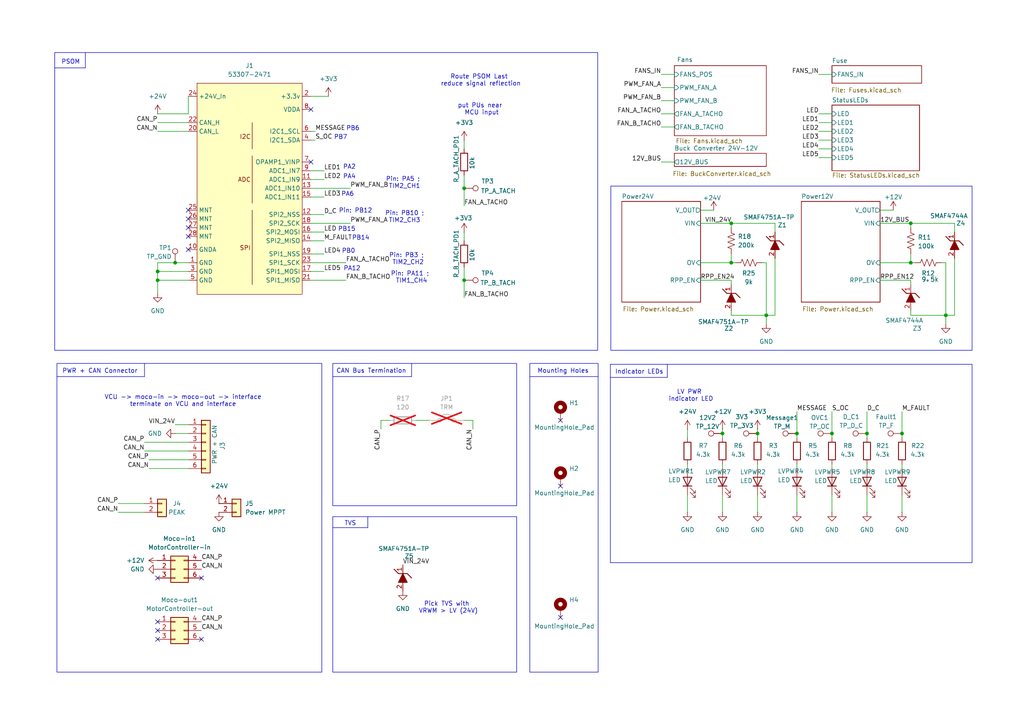
<source format=kicad_sch>
(kicad_sch (version 20250114) (generator "eeschema") (generator_version "9.0")
  (paper "A4")
  (lib_symbols
    (symbol "Connector:TestPoint" (pin_numbers (hide yes)) (pin_names (offset 0.762) (hide yes))
      (property "Reference" "TP" (at 0 6.858 0))
      (property "Value" "TestPoint" (at 0 5.08 0))
      (symbol "TestPoint_0_1"
        (circle (center 0 3.302) (radius 0.762))
      )
      (symbol "TestPoint_1_1"
        (pin passive line (at 0 0 90) (length 2.54) (name "1") (number "1"))
      )
    )
    (symbol "Connector_Generic:Conn_01x02" (pin_names (offset 1.016) (hide yes))
      (property "Reference" "J" (at 0 2.54 0))
      (property "Value" "Conn_01x02" (at 0 -5.08 0))
      (symbol "Conn_01x02_1_1"
        (rectangle (start -1.27 1.27) (end 1.27 -3.81) (stroke (width 0.254)) (fill (type background)))
        (rectangle (start -1.27 0.127) (end 0 -0.127) (stroke (width 0.1524)))
        (rectangle (start -1.27 -2.413) (end 0 -2.667) (stroke (width 0.1524)))
        (pin passive line (at -5.08 0 0) (length 3.81) (name "Pin_1") (number "1"))
        (pin passive line (at -5.08 -2.54 0) (length 3.81) (name "Pin_2") (number "2"))
      )
    )
    (symbol "Connector_Generic:Conn_01x06" (pin_names (offset 1.016) (hide yes))
      (property "Reference" "J" (at 0 7.62 0))
      (property "Value" "Conn_01x06" (at 0 -10.16 0))
      (symbol "Conn_01x06_1_1"
        (rectangle (start -1.27 6.35) (end 1.27 -8.89) (stroke (width 0.254)) (fill (type background)))
        (rectangle (start -1.27 5.207) (end 0 4.953) (stroke (width 0.1524)))
        (rectangle (start -1.27 2.667) (end 0 2.413) (stroke (width 0.1524)))
        (rectangle (start -1.27 0.127) (end 0 -0.127) (stroke (width 0.1524)))
        (rectangle (start -1.27 -2.413) (end 0 -2.667) (stroke (width 0.1524)))
        (rectangle (start -1.27 -4.953) (end 0 -5.207) (stroke (width 0.1524)))
        (rectangle (start -1.27 -7.493) (end 0 -7.747) (stroke (width 0.1524)))
        (pin passive line (at -5.08 5.08 0) (length 3.81) (name "Pin_1") (number "1"))
        (pin passive line (at -5.08 2.54 0) (length 3.81) (name "Pin_2") (number "2"))
        (pin passive line (at -5.08 0 0) (length 3.81) (name "Pin_3") (number "3"))
        (pin passive line (at -5.08 -2.54 0) (length 3.81) (name "Pin_4") (number "4"))
        (pin passive line (at -5.08 -5.08 0) (length 3.81) (name "Pin_5") (number "5"))
        (pin passive line (at -5.08 -7.62 0) (length 3.81) (name "Pin_6") (number "6"))
      )
    )
    (symbol "Connector_Generic:Conn_02x03_Top_Bottom" (pin_names (offset 1.016) (hide yes))
      (property "Reference" "J" (at 1.27 5.08 0))
      (property "Value" "Conn_02x03_Top_Bottom" (at 1.27 -5.08 0))
      (symbol "Conn_02x03_Top_Bottom_1_1"
        (rectangle (start -1.27 3.81) (end 3.81 -3.81) (stroke (width 0.254)) (fill (type background)))
        (rectangle (start -1.27 2.667) (end 0 2.413) (stroke (width 0.1524)))
        (rectangle (start -1.27 0.127) (end 0 -0.127) (stroke (width 0.1524)))
        (rectangle (start -1.27 -2.413) (end 0 -2.667) (stroke (width 0.1524)))
        (rectangle (start 3.81 2.667) (end 2.54 2.413) (stroke (width 0.1524)))
        (rectangle (start 3.81 0.127) (end 2.54 -0.127) (stroke (width 0.1524)))
        (rectangle (start 3.81 -2.413) (end 2.54 -2.667) (stroke (width 0.1524)))
        (pin passive line (at -5.08 2.54 0) (length 3.81) (name "Pin_1") (number "1"))
        (pin passive line (at -5.08 0 0) (length 3.81) (name "Pin_2") (number "2"))
        (pin passive line (at -5.08 -2.54 0) (length 3.81) (name "Pin_3") (number "3"))
        (pin passive line (at 7.62 2.54 180) (length 3.81) (name "Pin_4") (number "4"))
        (pin passive line (at 7.62 0 180) (length 3.81) (name "Pin_5") (number "5"))
        (pin passive line (at 7.62 -2.54 180) (length 3.81) (name "Pin_6") (number "6"))
      )
    )
    (symbol "Device:LED" (pin_numbers (hide yes)) (pin_names (offset 1.016) (hide yes))
      (property "Reference" "D" (at 0 2.54 0))
      (property "Value" "LED" (at 0 -2.54 0))
      (symbol "LED_0_1"
        (polyline (pts (xy -3.048 -0.762) (xy -4.572 -2.286) (xy -3.81 -2.286) (xy -4.572 -2.286) (xy -4.572 -1.524)))
        (polyline (pts (xy -1.778 -0.762) (xy -3.302 -2.286) (xy -2.54 -2.286) (xy -3.302 -2.286) (xy -3.302 -1.524)))
        (polyline (pts (xy -1.27 0) (xy 1.27 0)))
        (polyline (pts (xy -1.27 -1.27) (xy -1.27 1.27)) (stroke (width 0.254)))
        (polyline (pts (xy 1.27 -1.27) (xy 1.27 1.27) (xy -1.27 0) (xy 1.27 -1.27)) (stroke (width 0.254)))
      )
      (symbol "LED_1_1"
        (pin passive line (at -3.81 0 0) (length 2.54) (name "K") (number "1"))
        (pin passive line (at 3.81 0 180) (length 2.54) (name "A") (number "2"))
      )
    )
    (symbol "Device:R" (pin_numbers (hide yes)) (pin_names (offset 0))
      (property "Reference" "R" (at 2.032 0 90))
      (property "Value" "R" (at 0 0 90))
      (symbol "R_0_1"
        (rectangle (start -1.016 -2.54) (end 1.016 2.54) (stroke (width 0.254)))
      )
      (symbol "R_1_1"
        (pin passive line (at 0 3.81 270) (length 1.27) (name "~") (number "1"))
        (pin passive line (at 0 -3.81 90) (length 1.27) (name "~") (number "2"))
      )
    )
    (symbol "Device:R_US" (pin_numbers (hide yes)) (pin_names (offset 0))
      (property "Reference" "R" (at 2.54 0 90))
      (property "Value" "R_US" (at -2.54 0 90))
      (symbol "R_US_0_1"
        (polyline (pts (xy 0 2.286) (xy 0 2.54)))
        (polyline (pts (xy 0 2.286) (xy 1.016 1.905) (xy 0 1.524) (xy -1.016 1.143) (xy 0 0.762)))
        (polyline (pts (xy 0 0.762) (xy 1.016 0.381) (xy 0 0) (xy -1.016 -0.381) (xy 0 -0.762)))
        (polyline (pts (xy 0 -0.762) (xy 1.016 -1.143) (xy 0 -1.524) (xy -1.016 -1.905) (xy 0 -2.286)))
        (polyline (pts (xy 0 -2.286) (xy 0 -2.54)))
      )
      (symbol "R_US_1_1"
        (pin passive line (at 0 3.81 270) (length 1.27) (name "~") (number "1"))
        (pin passive line (at 0 -3.81 90) (length 1.27) (name "~") (number "2"))
      )
    )
    (symbol "Jumper:Jumper_2_Open" (pin_numbers (hide yes)) (pin_names (offset 0) (hide yes))
      (property "Reference" "JP" (at 0 2.794 0))
      (property "Value" "Jumper_2_Open" (at 0 -2.286 0))
      (symbol "Jumper_2_Open_0_0"
        (circle (center -2.032 0) (radius 0.508))
        (circle (center 2.032 0) (radius 0.508))
      )
      (symbol "Jumper_2_Open_0_1"
        (arc (start -1.524 1.27) (mid 0 1.778) (end 1.524 1.27))
      )
      (symbol "Jumper_2_Open_1_1"
        (pin passive line (at -5.08 0 0) (length 2.54) (name "A") (number "1"))
        (pin passive line (at 5.08 0 180) (length 2.54) (name "B") (number "2"))
      )
    )
    (symbol "Mechanical:MountingHole_Pad" (pin_numbers (hide yes)) (pin_names (offset 1.016) (hide yes)) (in_bom no)
      (property "Reference" "H" (at 0 6.35 0))
      (property "Value" "MountingHole_Pad" (at 0 4.445 0))
      (symbol "MountingHole_Pad_0_1"
        (circle (center 0 1.27) (radius 1.27) (stroke (width 1.27)))
      )
      (symbol "MountingHole_Pad_1_1"
        (pin input line (at 0 -2.54 90) (length 2.54) (name "1") (number "1"))
      )
    )
    (symbol "UTSVT_Power:SMAF4749A-TP" (pin_names (hide yes))
      (property "Reference" "Z" (at 10.16 8.89 0))
      (property "Value" "SMAF4749A-TP" (at 10.16 6.35 0))
      (symbol "SMAF4749A-TP_1_1"
        (polyline (pts (xy 3.81 -2.54) (xy 5.08 -1.27)) (stroke (width 0.254)))
        (polyline (pts (xy 5.08 1.27) (xy 5.08 -1.27)) (stroke (width 0.254)))
        (polyline (pts (xy 5.08 1.27) (xy 6.35 2.54)) (stroke (width 0.254)))
        (polyline (pts (xy 5.08 0) (xy 7.62 1.27) (xy 7.62 -1.27) (xy 5.08 0)) (stroke (width 0.254)) (fill (type outline)))
        (pin passive line (at 2.54 0 0) (length 2.54) (name "K") (number "1"))
        (pin passive line (at 10.16 0 180) (length 2.54) (name "A") (number "2"))
      )
    )
    (symbol "power:+12V" (power) (pin_numbers (hide yes)) (pin_names (offset 0) (hide yes))
      (property "Value" "+12V" (at 0 3.556 0))
      (symbol "+12V_0_1"
        (polyline (pts (xy -0.762 1.27) (xy 0 2.54)))
        (polyline (pts (xy 0 2.54) (xy 0.762 1.27)))
        (polyline (pts (xy 0 0) (xy 0 2.54)))
      )
      (symbol "+12V_1_1"
        (pin power_in line (at 0 0 90) (length 0) (name "~") (number "1"))
      )
    )
    (symbol "power:+24V" (power) (pin_numbers (hide yes)) (pin_names (offset 0) (hide yes))
      (property "Value" "+24V" (at 0 3.556 0))
      (symbol "+24V_0_1"
        (polyline (pts (xy -0.762 1.27) (xy 0 2.54)))
        (polyline (pts (xy 0 2.54) (xy 0.762 1.27)))
        (polyline (pts (xy 0 0) (xy 0 2.54)))
      )
      (symbol "+24V_1_1"
        (pin power_in line (at 0 0 90) (length 0) (name "~") (number "1"))
      )
    )
    (symbol "power:+3V3" (power) (pin_numbers (hide yes)) (pin_names (offset 0) (hide yes))
      (property "Value" "+3V3" (at 0 3.556 0))
      (symbol "+3V3_0_1"
        (polyline (pts (xy -0.762 1.27) (xy 0 2.54)))
        (polyline (pts (xy 0 2.54) (xy 0.762 1.27)))
        (polyline (pts (xy 0 0) (xy 0 2.54)))
      )
      (symbol "+3V3_1_1"
        (pin power_in line (at 0 0 90) (length 0) (name "~") (number "1"))
      )
    )
    (symbol "power:GND" (power) (pin_numbers (hide yes)) (pin_names (offset 0) (hide yes))
      (property "Value" "GND" (at 0 -3.81 0))
      (symbol "GND_0_1"
        (polyline (pts (xy 0 0) (xy 0 -1.27) (xy 1.27 -1.27) (xy 0 -2.54) (xy -1.27 -1.27) (xy 0 -1.27)))
      )
      (symbol "GND_1_1"
        (pin power_in line (at 0 0 270) (length 0) (name "~") (number "1"))
      )
    )
    (symbol "utsvt_connectors:PeripheralSOMConnector"
      (property "Reference" "J" (at -14.732 -2.794 0))
      (property "Value" "53307-2471" (at 8.89 -2.794 0))
      (symbol "PeripheralSOMConnector_0_1"
        (polyline (pts (xy 0.762 -22.86) (xy 0.762 -15.24)))
        (polyline (pts (xy 0.762 -24.892) (xy 0.762 -38.608)))
        (polyline (pts (xy 0.762 -40.64) (xy 0.762 -62.23)))
      )
      (symbol "PeripheralSOMConnector_1_1"
        (rectangle (start -15.24 -3.81) (end 15.24 -65.024) (fill (type background)))
        (text "ADC" (at -1.524 -31.75 0) (effects (font (size 1.27 1.27))))
        (text "I2C" (at -1.27 -19.304 0) (effects (font (size 1.27 1.27))))
        (text "SPI" (at -1.27 -51.562 0) (effects (font (size 1.27 1.27))))
        (pin power_in line (at -17.78 -7.62 0) (length 2.54) (name "+24V_In") (number "24"))
        (pin bidirectional line (at -17.78 -15.24 0) (length 2.54) (name "CAN_H") (number "22"))
        (pin bidirectional line (at -17.78 -17.78 0) (length 2.54) (name "CAN_L") (number "20"))
        (pin power_in line (at -17.78 -40.64 0) (length 2.54) (name "MNT") (number "25"))
        (pin power_in line (at -17.78 -43.18 0) (length 2.54) (name "MNT") (number "26"))
        (pin power_in line (at -17.78 -45.72 0) (length 2.54) (name "MNT") (number "27"))
        (pin power_in line (at -17.78 -48.26 0) (length 2.54) (name "MNT") (number "28"))
        (pin power_out line (at -17.78 -52.07 0) (length 2.54) (name "GNDA") (number "10"))
        (pin power_in line (at -17.78 -55.88 0) (length 2.54) (name "GND") (number "1"))
        (pin power_in line (at -17.78 -58.42 0) (length 2.54) (name "GND") (number "3"))
        (pin power_in line (at -17.78 -60.96 0) (length 2.54) (name "GND") (number "5"))
        (pin power_out line (at 17.78 -7.62 180) (length 2.54) (name "+3.3v") (number "2"))
        (pin power_out line (at 17.78 -11.43 180) (length 2.54) (name "VDDA") (number "8"))
        (pin output line (at 17.78 -17.78 180) (length 2.54) (name "I2C1_SCL") (number "6"))
        (pin bidirectional line (at 17.78 -20.32 180) (length 2.54) (name "I2C1_SDA") (number "4"))
        (pin input line (at 17.78 -26.67 180) (length 2.54) (name "OPAMP1_VINP") (number "7"))
        (pin input line (at 17.78 -29.21 180) (length 2.54) (name "ADC1_IN7") (number "9"))
        (pin input line (at 17.78 -31.75 180) (length 2.54) (name "ADC1_IN9") (number "11"))
        (pin input line (at 17.78 -34.29 180) (length 2.54) (name "ADC1_IN10") (number "13"))
        (pin input line (at 17.78 -36.83 180) (length 2.54) (name "ADC1_IN11") (number "15"))
        (pin output line (at 17.78 -41.91 180) (length 2.54) (name "SPI2_NSS") (number "12"))
        (pin output line (at 17.78 -44.45 180) (length 2.54) (name "SPI2_SCK") (number "18"))
        (pin output line (at 17.78 -46.99 180) (length 2.54) (name "SPI2_MOSI") (number "16"))
        (pin input line (at 17.78 -49.53 180) (length 2.54) (name "SPI2_MISO") (number "14"))
        (pin output line (at 17.78 -53.34 180) (length 2.54) (name "SPI1_NSS") (number "19"))
        (pin output line (at 17.78 -55.88 180) (length 2.54) (name "SPI1_SCK") (number "23"))
        (pin output line (at 17.78 -58.42 180) (length 2.54) (name "SPI1_MOSI") (number "17"))
        (pin input line (at 17.78 -60.96 180) (length 2.54) (name "SPI1_MISO") (number "21"))
      )
    )
  )
  (rectangle (start 96.52 149.86) (end 149.86 194.945))
  (rectangle (start 16.51 105.41) (end 93.345 194.945))
  (rectangle (start 153.67 105.41) (end 173.482 194.945))
  (rectangle (start 96.52 105.41) (end 149.86 146.685))
  (rectangle (start 15.875 15.24) (end 173.355 101.6))
  (rectangle (start 177.038 105.664) (end 281.94 163.195))
  (rectangle (start 177.165 53.975) (end 281.94 101.6))
  (text "put PUs near \nMCU input" (at 139.7 31.75 0) (effects (font (size 1.27 1.27))))
  (text "Pick TVS with \nVRWM > LV (24V)" (at 130.048 176.276 0) (effects (font (size 1.27 1.27))))
  (text "CAN Bus Termination" (at 107.696 107.696 0) (effects (font (size 1.27 1.27))))
  (text "PA4" (at 101.346 51.308 0) (effects (font (size 1.27 1.27))))
  (text "PB15" (at 100.584 66.548 0) (effects (font (size 1.27 1.27))))
  (text "Pin: PB10 ;\nTIM2_CH3" (at 117.348 62.992 0) (effects (font (size 1.27 1.27))))
  (text "PB6" (at 102.362 37.338 0) (effects (font (size 1.27 1.27))))
  (text "TVS" (at 101.6 151.892 0) (effects (font (size 1.27 1.27))))
  (text "Pin: PA11 ; \nTIM1_CH4\n" (at 119.38 80.518 0) (effects (font (size 1.27 1.27))))
  (text "PB7" (at 98.806 39.878 0) (effects (font (size 1.27 1.27))))
  (text "PWR + CAN Connector" (at 18.034 108.458 0) (effects (font (size 1.27 1.27)) (justify left bottom)))
  (text "Mounting Holes" (at 163.322 107.696 0) (effects (font (size 1.27 1.27))))
  (text "LV PWR \nindicator LED" (at 200.406 114.808 0) (effects (font (size 1.27 1.27))))
  (text "Pin: PB12" (at 103.124 61.214 0) (effects (font (size 1.27 1.27))))
  (text "Route PSOM Last \nreduce signal reflection" (at 139.446 23.368 0) (effects (font (size 1.27 1.27))))
  (text "Pin: PA5 ; \nTIM2_CH1" (at 117.348 53.086 0) (effects (font (size 1.27 1.27))))
  (text "Pin: PB3 ; \nTIM2_CH2" (at 118.364 75.184 0) (effects (font (size 1.27 1.27))))
  (text "PA2" (at 101.346 48.514 0) (effects (font (size 1.27 1.27))))
  (text "PSOM" (at 17.78 18.796 0) (effects (font (size 1.27 1.27)) (justify left bottom)))
  (text "PA12" (at 102.108 77.978 0) (effects (font (size 1.27 1.27))))
  (text "PB14" (at 104.648 69.088 0) (effects (font (size 1.27 1.27))))
  (text "VCU -> moco-in -> moco-out -> interface\nterminate on VCU and interface" (at 53.086 116.332 0) (effects (font (size 1.27 1.27))))
  (text "Indicator LEDs" (at 185.42 107.95 0) (effects (font (size 1.27 1.27))))
  (text "PA6" (at 100.838 56.388 0) (effects (font (size 1.27 1.27))))
  (text "PB0" (at 101.092 72.898 0) (effects (font (size 1.27 1.27))))
  (junction (at 134.62 81.28))
  (junction (at 231.14 125.73))
  (junction (at 251.46 125.73))
  (junction (at 222.25 91.44))
  (junction (at 241.3 125.73))
  (junction (at 264.16 64.77))
  (junction (at 50.8 76.2))
  (junction (at 212.09 64.77))
  (junction (at 212.09 76.2))
  (junction (at 219.71 125.73))
  (junction (at 134.62 54.61))
  (junction (at 209.55 125.73))
  (junction (at 264.16 76.2))
  (junction (at 261.62 125.73))
  (junction (at 45.72 78.74))
  (junction (at 274.32 91.44))
  (junction (at 45.72 81.28))
  (no_connect (at 58.42 167.64))
  (no_connect (at 45.72 182.88))
  (no_connect (at 54.61 66.04))
  (no_connect (at 90.17 46.99))
  (no_connect (at 54.61 63.5))
  (no_connect (at 162.56 121.92))
  (no_connect (at 54.61 72.39))
  (no_connect (at 162.56 140.97))
  (no_connect (at 162.56 179.07))
  (no_connect (at 45.72 167.64))
  (no_connect (at 45.72 185.42))
  (no_connect (at 54.61 60.96))
  (no_connect (at 90.17 31.75))
  (no_connect (at 58.42 185.42))
  (no_connect (at 54.61 68.58))
  (no_connect (at 45.72 180.34))
  (wire (pts (xy 241.3 119.38) (xy 241.3 125.73)))
  (wire (pts (xy 212.09 91.44) (xy 212.09 90.17)))
  (wire (pts (xy 264.16 91.44) (xy 264.16 90.17)))
  (wire (pts (xy 45.72 81.28) (xy 54.61 81.28)))
  (wire (pts (xy 34.29 148.59) (xy 41.91 148.59)))
  (wire (pts (xy 212.09 81.28) (xy 212.09 82.55)))
  (wire (pts (xy 237.49 40.64) (xy 241.3 40.64)))
  (polyline (pts (xy 153.67 109.22) (xy 173.482 109.22)))
  (wire (pts (xy 251.46 119.38) (xy 251.46 125.73)))
  (wire (pts (xy 45.72 38.1) (xy 54.61 38.1)))
  (wire (pts (xy 276.86 64.77) (xy 276.86 67.31)))
  (wire (pts (xy 134.62 121.92) (xy 137.16 121.92)))
  (polyline (pts (xy 16.51 109.22) (xy 41.91 109.22)))
  (wire (pts (xy 276.86 91.44) (xy 274.32 91.44)))
  (wire (pts (xy 113.03 121.92) (xy 110.49 121.92)))
  (wire (pts (xy 54.61 128.27) (xy 41.91 128.27)))
  (wire (pts (xy 237.49 35.56) (xy 241.3 35.56)))
  (wire (pts (xy 90.17 76.2) (xy 100.33 76.2)))
  (wire (pts (xy 43.18 133.35) (xy 54.61 133.35)))
  (wire (pts (xy 231.14 119.38) (xy 231.14 125.73)))
  (wire (pts (xy 255.27 60.96) (xy 259.08 60.96)))
  (wire (pts (xy 134.62 54.61) (xy 134.62 59.69)))
  (polyline (pts (xy 15.875 19.685) (xy 24.765 19.685)))
  (wire (pts (xy 251.46 134.62) (xy 251.46 135.89)))
  (wire (pts (xy 209.55 124.46) (xy 209.55 125.73)))
  (wire (pts (xy 134.62 67.31) (xy 134.62 69.85)))
  (wire (pts (xy 209.55 125.73) (xy 209.55 127)))
  (wire (pts (xy 199.39 124.46) (xy 199.39 127)))
  (wire (pts (xy 203.2 81.28) (xy 212.09 81.28)))
  (wire (pts (xy 137.16 121.92) (xy 137.16 124.46)))
  (wire (pts (xy 261.62 143.51) (xy 261.62 148.59)))
  (wire (pts (xy 241.3 125.73) (xy 241.3 127)))
  (wire (pts (xy 45.72 78.74) (xy 45.72 81.28)))
  (wire (pts (xy 251.46 143.51) (xy 251.46 148.59)))
  (wire (pts (xy 237.49 38.1) (xy 241.3 38.1)))
  (wire (pts (xy 264.16 64.77) (xy 276.86 64.77)))
  (wire (pts (xy 203.2 64.77) (xy 212.09 64.77)))
  (wire (pts (xy 224.79 64.77) (xy 224.79 67.31)))
  (wire (pts (xy 219.71 143.51) (xy 219.71 148.59)))
  (wire (pts (xy 120.65 121.92) (xy 124.46 121.92)))
  (wire (pts (xy 264.16 66.04) (xy 264.16 64.77)))
  (wire (pts (xy 264.16 81.28) (xy 264.16 82.55)))
  (wire (pts (xy 264.16 73.66) (xy 264.16 76.2)))
  (wire (pts (xy 191.77 33.02) (xy 195.58 33.02)))
  (wire (pts (xy 274.32 93.98) (xy 274.32 91.44)))
  (wire (pts (xy 224.79 91.44) (xy 222.25 91.44)))
  (wire (pts (xy 261.62 134.62) (xy 261.62 135.89)))
  (wire (pts (xy 54.61 130.81) (xy 41.91 130.81)))
  (wire (pts (xy 90.17 81.28) (xy 100.33 81.28)))
  (wire (pts (xy 209.55 143.51) (xy 209.55 148.59)))
  (wire (pts (xy 90.17 57.15) (xy 93.98 57.15)))
  (wire (pts (xy 54.61 123.19) (xy 50.8 123.19)))
  (wire (pts (xy 255.27 81.28) (xy 264.16 81.28)))
  (wire (pts (xy 255.27 76.2) (xy 264.16 76.2)))
  (wire (pts (xy 241.3 143.51) (xy 241.3 148.59)))
  (wire (pts (xy 220.98 76.2) (xy 222.25 76.2)))
  (wire (pts (xy 34.29 146.05) (xy 41.91 146.05)))
  (wire (pts (xy 45.72 76.2) (xy 45.72 78.74)))
  (wire (pts (xy 224.79 74.93) (xy 224.79 91.44)))
  (wire (pts (xy 54.61 27.94) (xy 54.61 33.02)))
  (wire (pts (xy 199.39 143.51) (xy 199.39 148.59)))
  (wire (pts (xy 237.49 45.72) (xy 241.3 45.72)))
  (wire (pts (xy 191.77 25.4) (xy 195.58 25.4)))
  (wire (pts (xy 45.72 76.2) (xy 50.8 76.2)))
  (polyline (pts (xy 24.765 15.24) (xy 24.765 19.685)))
  (wire (pts (xy 134.62 43.18) (xy 134.62 40.64)))
  (wire (pts (xy 45.72 35.56) (xy 54.61 35.56)))
  (wire (pts (xy 264.16 91.44) (xy 274.32 91.44)))
  (wire (pts (xy 90.17 54.61) (xy 101.6 54.61)))
  (wire (pts (xy 265.43 76.2) (xy 264.16 76.2)))
  (wire (pts (xy 90.17 64.77) (xy 101.6 64.77)))
  (polyline (pts (xy 96.52 109.22) (xy 119.38 109.22)))
  (wire (pts (xy 212.09 91.44) (xy 222.25 91.44)))
  (wire (pts (xy 90.17 40.64) (xy 91.44 40.64)))
  (wire (pts (xy 231.14 134.62) (xy 231.14 135.89)))
  (wire (pts (xy 50.8 76.2) (xy 54.61 76.2)))
  (wire (pts (xy 251.46 125.73) (xy 251.46 127)))
  (polyline (pts (xy 41.91 105.41) (xy 41.91 109.22)))
  (polyline (pts (xy 96.52 153.035) (xy 106.68 153.035)))
  (wire (pts (xy 203.2 76.2) (xy 212.09 76.2)))
  (wire (pts (xy 212.09 73.66) (xy 212.09 76.2)))
  (wire (pts (xy 219.71 125.73) (xy 219.71 127)))
  (wire (pts (xy 134.62 50.8) (xy 134.62 54.61)))
  (wire (pts (xy 54.61 125.73) (xy 50.8 125.73)))
  (wire (pts (xy 212.09 64.77) (xy 212.09 66.04)))
  (wire (pts (xy 209.55 134.62) (xy 209.55 135.89)))
  (wire (pts (xy 191.77 21.59) (xy 195.58 21.59)))
  (wire (pts (xy 90.17 52.07) (xy 93.98 52.07)))
  (wire (pts (xy 207.01 60.96) (xy 203.2 60.96)))
  (wire (pts (xy 261.62 125.73) (xy 261.62 127)))
  (wire (pts (xy 219.71 124.46) (xy 219.71 125.73)))
  (wire (pts (xy 134.62 81.28) (xy 134.62 86.36)))
  (wire (pts (xy 90.17 69.85) (xy 93.98 69.85)))
  (wire (pts (xy 90.17 49.53) (xy 93.98 49.53)))
  (wire (pts (xy 241.3 134.62) (xy 241.3 135.89)))
  (wire (pts (xy 274.32 91.44) (xy 274.32 76.2)))
  (wire (pts (xy 219.71 134.62) (xy 219.71 135.89)))
  (wire (pts (xy 134.62 77.47) (xy 134.62 81.28)))
  (polyline (pts (xy 177.038 109.474) (xy 193.548 109.474)))
  (wire (pts (xy 191.77 46.99) (xy 195.58 46.99)))
  (wire (pts (xy 45.72 85.09) (xy 45.72 81.28)))
  (wire (pts (xy 261.62 119.38) (xy 261.62 125.73)))
  (polyline (pts (xy 106.68 149.86) (xy 106.68 153.035)))
  (wire (pts (xy 237.49 43.18) (xy 241.3 43.18)))
  (wire (pts (xy 231.14 143.51) (xy 231.14 148.59)))
  (wire (pts (xy 90.17 27.94) (xy 95.25 27.94)))
  (wire (pts (xy 110.49 121.92) (xy 110.49 124.46)))
  (wire (pts (xy 213.36 76.2) (xy 212.09 76.2)))
  (polyline (pts (xy 119.38 105.41) (xy 119.38 109.22)))
  (wire (pts (xy 191.77 29.21) (xy 195.58 29.21)))
  (wire (pts (xy 255.27 64.77) (xy 264.16 64.77)))
  (wire (pts (xy 237.49 21.59) (xy 241.3 21.59)))
  (wire (pts (xy 90.17 62.23) (xy 93.98 62.23)))
  (wire (pts (xy 276.86 74.93) (xy 276.86 91.44)))
  (polyline (pts (xy 193.548 105.664) (xy 193.548 109.474)))
  (wire (pts (xy 231.14 125.73) (xy 231.14 127)))
  (wire (pts (xy 90.17 38.1) (xy 91.44 38.1)))
  (wire (pts (xy 199.39 134.62) (xy 199.39 135.89)))
  (wire (pts (xy 90.17 78.74) (xy 93.98 78.74)))
  (wire (pts (xy 273.05 76.2) (xy 274.32 76.2)))
  (wire (pts (xy 237.49 33.02) (xy 241.3 33.02)))
  (wire (pts (xy 191.77 36.83) (xy 195.58 36.83)))
  (wire (pts (xy 90.17 73.66) (xy 93.98 73.66)))
  (wire (pts (xy 212.09 64.77) (xy 224.79 64.77)))
  (wire (pts (xy 45.72 33.02) (xy 54.61 33.02)))
  (wire (pts (xy 45.72 78.74) (xy 54.61 78.74)))
  (wire (pts (xy 222.25 93.98) (xy 222.25 91.44)))
  (wire (pts (xy 90.17 67.31) (xy 93.98 67.31)))
  (wire (pts (xy 43.18 135.89) (xy 54.61 135.89)))
  (wire (pts (xy 222.25 91.44) (xy 222.25 76.2)))
  (label "D_C" (at 93.98 62.23 0))
  (label "CAN_N" (at 58.42 182.88 0))
  (label "CAN_P" (at 41.91 128.27 180))
  (label "M_FAULT" (at 93.98 69.85 0))
  (label "CAN_N" (at 34.29 148.59 180))
  (label "CAN_P" (at 43.18 133.35 180))
  (label "FAN_A_TACHO" (at 100.33 76.2 0))
  (label "CAN_P" (at 34.29 146.05 180))
  (label "12V_BUS" (at 255.27 64.77 0))
  (label "LED5" (at 237.49 45.72 180))
  (label "LED4" (at 93.98 73.66 0))
  (label "CAN_P" (at 110.49 124.46 270))
  (label "CAN_P" (at 58.42 180.34 0))
  (label "FAN_A_TACHO" (at 191.77 33.02 180))
  (label "LED1" (at 93.98 49.53 0))
  (label "CAN_N" (at 43.18 135.89 180))
  (label "PWM_FAN_B" (at 191.77 29.21 180))
  (label "FANS_IN" (at 191.77 21.59 180))
  (label "PWM_FAN_A" (at 101.6 64.77 0))
  (label "LED" (at 237.49 33.02 180))
  (label "12V_BUS" (at 191.77 46.99 180))
  (label "FAN_B_TACHO" (at 191.77 36.83 180))
  (label "CAN_P" (at 58.42 162.56 0))
  (label "CAN_P" (at 45.72 35.56 180))
  (label "CAN_N" (at 58.42 165.1 0))
  (label "LED3" (at 237.49 40.64 180))
  (label "VIN_24V" (at 50.8 123.19 180))
  (label "CAN_N" (at 41.91 130.81 180))
  (label "FAN_A_TACHO" (at 134.62 59.69 0))
  (label "M_FAULT" (at 261.62 119.38 0))
  (label "LED2" (at 93.98 52.07 0))
  (label "D_C" (at 251.46 119.38 0))
  (label "RPP_EN12" (at 255.27 81.28 0))
  (label "RPP_EN24" (at 203.2 81.28 0))
  (label "CAN_N" (at 137.16 124.46 270))
  (label "FAN_B_TACHO" (at 134.62 86.36 0))
  (label "LED5" (at 93.98 78.74 0))
  (label "PWM_FAN_A" (at 191.77 25.4 180))
  (label "S_OC" (at 91.44 40.64 0))
  (label "MESSAGE" (at 91.44 38.1 0))
  (label "MESSAGE" (at 231.14 119.38 0))
  (label "S_OC" (at 241.3 119.38 0))
  (label "LED2" (at 237.49 38.1 180))
  (label "FANS_IN" (at 237.49 21.59 180))
  (label "LED4" (at 237.49 43.18 180))
  (label "CAN_N" (at 45.72 38.1 180))
  (label "VIN_24V" (at 116.84 163.83 0))
  (label "FAN_B_TACHO" (at 100.33 81.28 0))
  (label "LED3" (at 93.98 57.15 0))
  (label "VIN_24V" (at 204.47 64.77 0))
  (label "PWM_FAN_B" (at 101.6 54.61 0))
  (label "LED1" (at 237.49 35.56 180))
  (label "LED" (at 93.98 67.31 0))
  (symbol (lib_id "Connector:TestPoint") (at 209.55 125.73 90) (unit 1) (in_bom no)
    (property "Reference" "12V2" (at 205.232 121.158 90))
    (property "Value" "TP_12V" (at 205.232 123.698 90))
    (property "Footprint" "TestPoint:TestPoint_Pad_1.0x1.0mm" (effects (hide yes)))
    (property "Description" "test point" (effects (hide yes)))
  )
  (symbol (lib_id "power:+3V3") (at 95.25 27.94 0) (unit 1)
    (property "Reference" "#PWR022" (effects (hide yes)))
    (property "Value" "+3V3" (at 95.25 22.86 0))
    (property "Description" "Power symbol creates a global label with name \"+3V3\"" (effects (hide yes)))
  )
  (symbol (lib_id "Device:LED") (at 231.14 139.7 90) (unit 1)
    (property "Reference" "LVPWR4" (at 225.552 136.652 90) (effects (justify right)))
    (property "Value" "LED" (at 225.552 139.192 90) (effects (justify right)))
    (property "Footprint" "LED_SMD:LED_0603_1608Metric" (effects (hide yes)))
    (property "Description" "Light emitting diode" (effects (hide yes)))
    (property "Sim.Pins" "1=K 2=A" (effects (hide yes)))
  )
  (symbol (lib_id "Device:LED") (at 209.55 139.7 90) (unit 1)
    (property "Reference" "LVPWR7" (at 204.47 136.906 90) (effects (justify right)))
    (property "Value" "LED" (at 204.47 139.446 90) (effects (justify right)))
    (property "Footprint" "LED_SMD:LED_0603_1608Metric" (effects (hide yes)))
    (property "Description" "Light emitting diode" (effects (hide yes)))
    (property "Sim.Pins" "1=K 2=A" (effects (hide yes)))
  )
  (symbol (lib_id "Connector:TestPoint") (at 134.62 81.28 270) (mirror x) (unit 1) (in_bom no)
    (property "Reference" "TP4" (at 143.256 79.248 90) (effects (justify right)))
    (property "Value" "TP_B_TACH" (at 149.606 82.042 90) (effects (justify right)))
    (property "Footprint" "TestPoint:TestPoint_Pad_1.0x1.0mm" (effects (hide yes)))
    (property "Description" "test point" (effects (hide yes)))
  )
  (symbol (lib_id "power:+3V3") (at 134.62 40.64 0) (unit 1)
    (property "Reference" "#PWR018" (effects (hide yes)))
    (property "Value" "+3V3" (at 134.62 35.56 0))
    (property "Description" "Power symbol creates a global label with name \"+3V3\"" (effects (hide yes)))
  )
  (symbol (lib_id "Device:R_US") (at 269.24 76.2 90) (unit 1)
    (property "Reference" "R12" (at 269.24 79.248 90))
    (property "Value" "9。5k" (at 269.748 81.026 90))
    (property "Footprint" "Resistor_SMD:R_0603_1608Metric_Pad0.98x0.95mm_HandSolder" (effects (hide yes)))
    (property "Description" "Resistor, US symbol" (effects (hide yes)))
  )
  (symbol (lib_id "power:GND") (at 209.55 148.59 0) (unit 1)
    (property "Reference" "#PWR058" (effects (hide yes)))
    (property "Value" "GND" (at 209.55 153.67 0))
    (property "Description" "Power symbol creates a global label with name \"GND\" , ground" (effects (hide yes)))
  )
  (symbol (lib_id "UTSVT_Power:SMAF4749A-TP") (at 212.09 80.01 270) (unit 1)
    (property "Reference" "Z2" (at 210.058 95.25 90) (effects (justify left)))
    (property "Value" "SMAF4751A-TP" (at 202.438 93.345 90) (effects (justify left)))
    (property "Footprint" "UTSVT_Passives:SODFL5026X125N" (effects (hide yes)))
    (property "Datasheet" "https://www.mccsemi.com/pdf/Products/SMAF4735A_SMAF4764A(DO-221AC).pdf" (effects (hide yes)))
    (property "Description" "1.0 Watt Zener Diodes 6.2V to 100V" (effects (hide yes)))
    (property "Height" "1.25" (effects (hide yes)))
    (property "Mouser Part Number" "833-SMAF4751A-TP" (effects (hide yes)))
    (property "Mouser Price/Stock" "https://www.mouser.co.uk/ProductDetail/Micro-Commercial-Components-MCC/SMAF4749A-TP?qs=%252BXxaIXUDbq1bdSZ3Ebik%2FA%3D%3D" (effects (hide yes)))
    (property "Manufacturer_Name" "MCC" (effects (hide yes)))
    (property "Manufacturer_Part_Number" "SMAF4749A-TP" (effects (hide yes)))
  )
  (symbol (lib_id "power:GND") (at 261.62 148.59 0) (unit 1)
    (property "Reference" "#PWR047" (effects (hide yes)))
    (property "Value" "GND" (at 261.62 153.67 0))
    (property "Description" "Power symbol creates a global label with name \"GND\" , ground" (effects (hide yes)))
  )
  (symbol (lib_id "power:GND") (at 231.14 148.59 0) (unit 1)
    (property "Reference" "#PWR015" (effects (hide yes)))
    (property "Value" "GND" (at 231.14 153.67 0))
    (property "Description" "Power symbol creates a global label with name \"GND\" , ground" (effects (hide yes)))
  )
  (symbol (lib_id "power:+12V") (at 209.55 124.46 0) (unit 1)
    (property "Reference" "#PWR021" (effects (hide yes)))
    (property "Value" "+12V" (at 209.55 119.38 0))
    (property "Description" "Power symbol creates a global label with name \"+12V\"" (effects (hide yes)))
  )
  (symbol (lib_id "Connector_Generic:Conn_01x02") (at 68.58 146.05 0) (unit 1)
    (property "Reference" "J5" (at 71.12 146.0499 0) (effects (justify left)))
    (property "Value" "Power MPPT" (at 71.12 148.5899 0) (effects (justify left)))
    (property "Footprint" "UTSVT_Connectors:Molex_Nano-Fit_105309-xx02_1x02_P2.50mm_Vertical" (effects (hide yes)))
    (property "Description" "Generic connector, single row, 01x02, script generated (kicad-library-utils/schlib/autogen/connector/)" (effects (hide yes)))
    (property "Mouser Part Number" "538-105309-1202" (effects (hide yes)))
  )
  (symbol (lib_id "power:GND") (at 241.3 148.59 0) (unit 1)
    (property "Reference" "#PWR033" (effects (hide yes)))
    (property "Value" "GND" (at 241.3 153.67 0))
    (property "Description" "Power symbol creates a global label with name \"GND\" , ground" (effects (hide yes)))
  )
  (symbol (lib_id "Connector:TestPoint") (at 134.62 54.61 270) (mirror x) (unit 1) (in_bom no)
    (property "Reference" "TP3" (at 143.256 52.578 90) (effects (justify right)))
    (property "Value" "TP_A_TACH" (at 149.606 55.372 90) (effects (justify right)))
    (property "Footprint" "TestPoint:TestPoint_Pad_1.0x1.0mm" (effects (hide yes)))
    (property "Description" "test point" (effects (hide yes)))
  )
  (symbol (lib_id "Device:LED") (at 219.71 139.7 90) (unit 1)
    (property "Reference" "LVPWR2" (at 214.63 136.906 90) (effects (justify right)))
    (property "Value" "LED" (at 214.63 139.446 90) (effects (justify right)))
    (property "Footprint" "LED_SMD:LED_0603_1608Metric" (effects (hide yes)))
    (property "Description" "Light emitting diode" (effects (hide yes)))
    (property "Sim.Pins" "1=K 2=A" (effects (hide yes)))
  )
  (symbol (lib_id "Connector:TestPoint") (at 241.3 125.73 90) (unit 1) (in_bom no)
    (property "Reference" "OVC1" (at 237.744 121.158 90))
    (property "Value" "TP_OC" (at 237.744 123.698 90))
    (property "Footprint" "TestPoint:TestPoint_Pad_1.0x1.0mm" (effects (hide yes)))
    (property "Description" "test point" (effects (hide yes)))
  )
  (symbol (lib_id "Connector_Generic:Conn_02x03_Top_Bottom") (at 50.8 182.88 0) (unit 1)
    (property "Reference" "Moco-out1" (at 52.07 173.99 0))
    (property "Value" "MotorController-out" (at 52.07 176.53 0))
    (property "Footprint" "UTSVT_Connectors:Molex_Microfit3.0_02x03_6-Pin-Vertical-PCB-Receptacle_447690601" (effects (hide yes)))
    (property "Description" "Generic connector, double row, 02x03, top/bottom pin numbering scheme (row 1: 1...pins_per_row, row2: pins_per_row+1 ... num_pins), script generated (kicad-library-utils/schlib/autogen/connector/)" (effects (hide yes)))
    (property "Mouser Part Number" "538-43045-0626" (effects (hide yes)))
  )
  (symbol (lib_id "Device:R") (at 261.62 130.81 180) (unit 1)
    (property "Reference" "R22" (at 266.192 129.286 0))
    (property "Value" "4.3k" (at 266.192 131.826 0))
    (property "Footprint" "Resistor_SMD:R_0603_1608Metric_Pad0.98x0.95mm_HandSolder" (effects (hide yes)))
    (property "Description" "Resistor" (effects (hide yes)))
    (property "Manufacturer_Part_Number" "CRCW06034K30FKEA" (effects (hide yes)))
  )
  (symbol (lib_id "power:+24V") (at 63.5 146.05 0) (unit 1)
    (property "Reference" "#PWR05" (effects (hide yes)))
    (property "Value" "+24V" (at 63.5 140.97 0))
    (property "Description" "Power symbol creates a global label with name \"+24V\"" (effects (hide yes)))
  )
  (symbol (lib_id "UTSVT_Power:SMAF4749A-TP") (at 276.86 64.77 270) (unit 1)
    (property "Reference" "Z4" (at 277.368 64.77 90) (effects (justify left)))
    (property "Value" "SMAF4744A" (at 269.748 62.611 90) (effects (justify left)))
    (property "Footprint" "UTSVT_Passives:SODFL5026X125N" (effects (hide yes)))
    (property "Datasheet" "https://www.mccsemi.com/pdf/Products/SMAF4735A_SMAF4764A(DO-221AC).pdf" (effects (hide yes)))
    (property "Description" "1.0 Watt Zener Diodes 6.2V to 100V" (effects (hide yes)))
    (property "Height" "1.25" (effects (hide yes)))
    (property "Mouser Part Number" "833-SMAF4744A-TP" (effects (hide yes)))
    (property "Mouser Price/Stock" "https://www.mouser.co.uk/ProductDetail/Micro-Commercial-Components-MCC/SMAF4749A-TP?qs=%252BXxaIXUDbq1bdSZ3Ebik%2FA%3D%3D" (effects (hide yes)))
    (property "Manufacturer_Name" "MCC" (effects (hide yes)))
    (property "Manufacturer_Part_Number" "SMAF4749A-TP" (effects (hide yes)))
  )
  (symbol (lib_id "Device:R") (at 134.62 46.99 180) (unit 1)
    (property "Reference" "R_A_TACH_PD1" (at 132.334 39.116 90) (effects (justify left)))
    (property "Value" "10k" (at 136.906 45.466 90) (effects (justify left)))
    (property "Footprint" "Resistor_SMD:R_0603_1608Metric_Pad0.98x0.95mm_HandSolder" (effects (hide yes)))
    (property "Description" "Resistor" (effects (hide yes)))
    (property "Manufacturer_Part_Number" "CRCW060310K0FKEI " (effects (hide yes)))
  )
  (symbol (lib_id "Device:R") (at 219.71 130.81 180) (unit 1)
    (property "Reference" "R3" (at 224.282 129.286 0))
    (property "Value" "4.3k" (at 224.282 131.826 0))
    (property "Footprint" "Resistor_SMD:R_0603_1608Metric_Pad0.98x0.95mm_HandSolder" (effects (hide yes)))
    (property "Description" "Resistor" (effects (hide yes)))
    (property "Manufacturer_Part_Number" "CRCW06034K30FKEA" (effects (hide yes)))
  )
  (symbol (lib_id "Connector_Generic:Conn_02x03_Top_Bottom") (at 50.8 165.1 0) (unit 1)
    (property "Reference" "Moco-in1" (at 52.07 156.21 0))
    (property "Value" "MotorController-in" (at 52.07 158.75 0))
    (property "Footprint" "UTSVT_Connectors:Molex_Microfit3.0_02x03_6-Pin-Vertical-PCB-Receptacle_447690601" (effects (hide yes)))
    (property "Description" "Generic connector, double row, 02x03, top/bottom pin numbering scheme (row 1: 1...pins_per_row, row2: pins_per_row+1 ... num_pins), script generated (kicad-library-utils/schlib/autogen/connector/)" (effects (hide yes)))
    (property "Mouser Part Number" "538-43045-0626" (effects (hide yes)))
  )
  (symbol (lib_id "Device:R") (at 134.62 73.66 180) (unit 1)
    (property "Reference" "R_B_TACH_PD1" (at 132.334 66.548 90) (effects (justify left)))
    (property "Value" "10k" (at 136.906 72.136 90) (effects (justify left)))
    (property "Footprint" "Resistor_SMD:R_0603_1608Metric_Pad0.98x0.95mm_HandSolder" (effects (hide yes)))
    (property "Description" "Resistor" (effects (hide yes)))
    (property "Manufacturer_Part_Number" "CRCW060310K0FKEI " (effects (hide yes)))
  )
  (symbol (lib_id "Device:LED") (at 251.46 139.7 90) (unit 1)
    (property "Reference" "LVPWR8" (at 246.38 136.906 90) (effects (justify right)))
    (property "Value" "LED" (at 246.38 139.446 90) (effects (justify right)))
    (property "Footprint" "LED_SMD:LED_0603_1608Metric" (effects (hide yes)))
    (property "Description" "Light emitting diode" (effects (hide yes)))
    (property "Sim.Pins" "1=K 2=A" (effects (hide yes)))
  )
  (symbol (lib_id "power:GND") (at 222.25 93.98 0) (unit 1)
    (property "Reference" "#PWR046" (effects (hide yes)))
    (property "Value" "GND" (at 222.25 99.06 0))
    (property "Description" "Power symbol creates a global label with name \"GND\" , ground" (effects (hide yes)))
  )
  (symbol (lib_id "power:+12V") (at 45.72 162.56 90) (unit 1)
    (property "Reference" "#PWR043" (effects (hide yes)))
    (property "Value" "+12V" (at 41.91 162.5599 90) (effects (justify left)))
    (property "Description" "Power symbol creates a global label with name \"+12V\"" (effects (hide yes)))
  )
  (symbol (lib_id "power:GND") (at 50.8 125.73 270) (mirror x) (unit 1)
    (property "Reference" "#PWR037" (effects (hide yes)))
    (property "Value" "GND" (at 46.99 125.7299 90) (effects (justify right)))
    (property "Description" "Power symbol creates a global label with name \"GND\" , ground" (effects (hide yes)))
  )
  (symbol (lib_id "Mechanical:MountingHole_Pad") (at 162.56 176.53 0) (unit 1) (in_bom no)
    (property "Reference" "H4" (at 165.1 173.9899 0) (effects (justify left)))
    (property "Value" "MountingHole_Pad" (at 154.94 181.61 0) (effects (justify left)))
    (property "Footprint" "MountingHole:MountingHole_3.2mm_M3" (effects (hide yes)))
    (property "Description" "Mounting Hole with connection" (effects (hide yes)))
  )
  (symbol (lib_id "Connector:TestPoint") (at 251.46 125.73 90) (unit 1) (in_bom no)
    (property "Reference" "D_C1" (at 246.888 120.904 90))
    (property "Value" "TP_D_C" (at 246.888 123.444 90))
    (property "Footprint" "TestPoint:TestPoint_Pad_1.0x1.0mm" (effects (hide yes)))
    (property "Description" "test point" (effects (hide yes)))
  )
  (symbol (lib_id "power:GND") (at 116.84 171.45 0) (unit 1)
    (property "Reference" "#PWR020" (effects (hide yes)))
    (property "Value" "GND" (at 116.84 176.53 0))
    (property "Description" "Power symbol creates a global label with name \"GND\" , ground" (effects (hide yes)))
  )
  (symbol (lib_id "power:+3V3") (at 134.62 67.31 0) (unit 1)
    (property "Reference" "#PWR012" (effects (hide yes)))
    (property "Value" "+3V3" (at 134.366 63.246 0))
    (property "Description" "Power symbol creates a global label with name \"+3V3\"" (effects (hide yes)))
  )
  (symbol (lib_id "Connector_Generic:Conn_01x06") (at 59.69 128.27 0) (unit 1)
    (property "Reference" "J3" (at 64.516 130.556 90) (effects (justify left)))
    (property "Value" "PWR + CAN" (at 62.23 134.62 90) (effects (justify left)))
    (property "Footprint" "Connector_Molex:Molex_Nano-Fit_105309-xx06_1x06_P2.50mm_Vertical" (effects (hide yes)))
    (property "Description" "Generic connector, single row, 01x06, script generated (kicad-library-utils/schlib/autogen/connector/)" (effects (hide yes)))
    (property "Mouser Part Number" "538-105309-1206" (effects (hide yes)))
  )
  (symbol (lib_id "Device:R") (at 231.14 130.81 180) (unit 1)
    (property "Reference" "R5" (at 235.712 129.286 0))
    (property "Value" "4.3k" (at 235.712 131.826 0))
    (property "Footprint" "Resistor_SMD:R_0603_1608Metric_Pad0.98x0.95mm_HandSolder" (effects (hide yes)))
    (property "Description" "Resistor" (effects (hide yes)))
    (property "Manufacturer_Part_Number" "CRCW06034K30FKEA" (effects (hide yes)))
  )
  (symbol (lib_id "power:GND") (at 63.5 148.59 0) (unit 1)
    (property "Reference" "#PWR036" (effects (hide yes)))
    (property "Value" "GND" (at 63.5 153.67 0))
    (property "Description" "Power symbol creates a global label with name \"GND\" , ground" (effects (hide yes)))
  )
  (symbol (lib_id "Mechanical:MountingHole_Pad") (at 162.56 138.43 0) (unit 1) (in_bom no)
    (property "Reference" "H2" (at 165.1 135.8899 0) (effects (justify left)))
    (property "Value" "MountingHole_Pad" (at 154.94 143.002 0) (effects (justify left)))
    (property "Footprint" "MountingHole:MountingHole_3.2mm_M3" (effects (hide yes)))
    (property "Description" "Mounting Hole with connection" (effects (hide yes)))
  )
  (symbol (lib_id "power:+24V") (at 199.39 124.46 0) (unit 1)
    (property "Reference" "#PWR023" (effects (hide yes)))
    (property "Value" "+24V" (at 199.39 119.38 0))
    (property "Description" "Power symbol creates a global label with name \"+24V\"" (effects (hide yes)))
  )
  (symbol (lib_id "power:+3V3") (at 219.71 124.46 0) (unit 1)
    (property "Reference" "#PWR041" (effects (hide yes)))
    (property "Value" "+3V3" (at 219.71 119.38 0))
    (property "Description" "Power symbol creates a global label with name \"+3V3\"" (effects (hide yes)))
  )
  (symbol (lib_id "Device:R") (at 251.46 130.81 180) (unit 1)
    (property "Reference" "R21" (at 256.032 129.286 0))
    (property "Value" "4.3k" (at 256.032 131.826 0))
    (property "Footprint" "Resistor_SMD:R_0603_1608Metric_Pad0.98x0.95mm_HandSolder" (effects (hide yes)))
    (property "Description" "Resistor" (effects (hide yes)))
    (property "Manufacturer_Part_Number" "CRCW06034K30FKEA" (effects (hide yes)))
  )
  (symbol (lib_id "Device:LED") (at 261.62 139.7 90) (unit 1)
    (property "Reference" "LVPWR9" (at 256.54 136.906 90) (effects (justify right)))
    (property "Value" "LED" (at 256.54 139.446 90) (effects (justify right)))
    (property "Footprint" "LED_SMD:LED_0603_1608Metric" (effects (hide yes)))
    (property "Description" "Light emitting diode" (effects (hide yes)))
    (property "Sim.Pins" "1=K 2=A" (effects (hide yes)))
  )
  (symbol (lib_id "power:GND") (at 45.72 165.1 270) (unit 1)
    (property "Reference" "#PWR044" (effects (hide yes)))
    (property "Value" "GND" (at 41.91 165.0999 90) (effects (justify right)))
    (property "Description" "Power symbol creates a global label with name \"GND\" , ground" (effects (hide yes)))
  )
  (symbol (lib_id "Connector:TestPoint") (at 219.71 125.73 90) (unit 1) (in_bom no)
    (property "Reference" "3V3" (at 215.138 120.904 90))
    (property "Value" "TP_3V3" (at 215.138 123.444 90))
    (property "Footprint" "TestPoint:TestPoint_Pad_1.0x1.0mm" (effects (hide yes)))
    (property "Description" "test point" (effects (hide yes)))
  )
  (symbol (lib_id "power:GND") (at 274.32 93.98 0) (unit 1)
    (property "Reference" "#PWR010" (effects (hide yes)))
    (property "Value" "GND" (at 274.32 99.06 0))
    (property "Description" "Power symbol creates a global label with name \"GND\" , ground" (effects (hide yes)))
  )
  (symbol (lib_id "power:+12V") (at 259.08 60.96 0) (unit 1)
    (property "Reference" "#PWR09" (effects (hide yes)))
    (property "Value" "+12V" (at 259.08 57.15 0))
    (property "Description" "Power symbol creates a global label with name \"+12V\"" (effects (hide yes)))
  )
  (symbol (lib_id "Device:R") (at 209.55 130.81 180) (unit 1)
    (property "Reference" "R6" (at 214.122 129.286 0))
    (property "Value" "4.3k" (at 214.122 131.826 0))
    (property "Footprint" "Resistor_SMD:R_0603_1608Metric_Pad0.98x0.95mm_HandSolder" (effects (hide yes)))
    (property "Description" "Resistor" (effects (hide yes)))
    (property "Manufacturer_Part_Number" "CRCW06034K30FKEA" (effects (hide yes)))
  )
  (symbol (lib_id "Connector:TestPoint") (at 50.8 76.2 0) (unit 1) (in_bom no)
    (property "Reference" "TP1" (at 49.784 71.882 0) (effects (justify right)))
    (property "Value" "TP_GND" (at 49.784 74.422 0) (effects (justify right)))
    (property "Footprint" "TestPoint:TestPoint_Pad_1.0x1.0mm" (effects (hide yes)))
    (property "Description" "test point" (effects (hide yes)))
  )
  (symbol (lib_id "Connector_Generic:Conn_01x02") (at 46.99 146.05 0) (unit 1)
    (property "Reference" "J4" (at 51.308 146.05 0))
    (property "Value" "PEAK" (at 51.308 148.59 0))
    (property "Footprint" "Connector_Molex:Molex_Nano-Fit_105309-xx02_1x02_P2.50mm_Vertical" (effects (hide yes)))
    (property "Description" "Generic connector, single row, 01x02, script generated (kicad-library-utils/schlib/autogen/connector/)" (effects (hide yes)))
    (property "Mouser Part Number" "538-105309-1202" (effects (hide yes)))
  )
  (symbol (lib_id "UTSVT_Power:SMAF4749A-TP") (at 264.16 80.01 270) (unit 1)
    (property "Reference" "Z3" (at 264.668 95.25 90) (effects (justify left)))
    (property "Value" "SMAF4744A" (at 256.794 92.964 90) (effects (justify left)))
    (property "Footprint" "UTSVT_Passives:SODFL5026X125N" (effects (hide yes)))
    (property "Datasheet" "https://www.mccsemi.com/pdf/Products/SMAF4735A_SMAF4764A(DO-221AC).pdf" (effects (hide yes)))
    (property "Description" "1.0 Watt Zener Diodes 6.2V to 100V" (effects (hide yes)))
    (property "Height" "1.25" (effects (hide yes)))
    (property "Mouser Part Number" "833-SMAF4744A-TP" (effects (hide yes)))
    (property "Mouser Price/Stock" "https://www.mouser.co.uk/ProductDetail/Micro-Commercial-Components-MCC/SMAF4749A-TP?qs=%252BXxaIXUDbq1bdSZ3Ebik%2FA%3D%3D" (effects (hide yes)))
    (property "Manufacturer_Name" "MCC" (effects (hide yes)))
    (property "Manufacturer_Part_Number" "SMAF4749A-TP" (effects (hide yes)))
  )
  (symbol (lib_id "power:GND") (at 199.39 148.59 0) (unit 1)
    (property "Reference" "#PWR027" (effects (hide yes)))
    (property "Value" "GND" (at 199.39 153.67 0))
    (property "Description" "Power symbol creates a global label with name \"GND\" , ground" (effects (hide yes)))
  )
  (symbol (lib_id "Device:R_US") (at 217.17 76.2 90) (unit 1)
    (property "Reference" "R25" (at 217.17 79.248 90))
    (property "Value" "9k" (at 217.17 81.788 90))
    (property "Footprint" "Resistor_SMD:R_0603_1608Metric_Pad0.98x0.95mm_HandSolder" (effects (hide yes)))
    (property "Description" "Resistor, US symbol" (effects (hide yes)))
  )
  (symbol (lib_id "UTSVT_Power:SMAF4749A-TP") (at 224.79 64.77 270) (unit 1)
    (property "Reference" "Z1" (at 225.552 65.278 90) (effects (justify left)))
    (property "Value" "SMAF4751A-TP" (at 215.646 62.992 90) (effects (justify left)))
    (property "Footprint" "UTSVT_Passives:SODFL5026X125N" (effects (hide yes)))
    (property "Datasheet" "https://www.mccsemi.com/pdf/Products/SMAF4735A_SMAF4764A(DO-221AC).pdf" (effects (hide yes)))
    (property "Description" "1.0 Watt Zener Diodes 6.2V to 100V" (effects (hide yes)))
    (property "Height" "1.25" (effects (hide yes)))
    (property "Mouser Part Number" "833-SMAF4751A-TP" (effects (hide yes)))
    (property "Mouser Price/Stock" "https://www.mouser.co.uk/ProductDetail/Micro-Commercial-Components-MCC/SMAF4749A-TP?qs=%252BXxaIXUDbq1bdSZ3Ebik%2FA%3D%3D" (effects (hide yes)))
    (property "Manufacturer_Name" "MCC" (effects (hide yes)))
    (property "Manufacturer_Part_Number" "SMAF4749A-TP" (effects (hide yes)))
  )
  (symbol (lib_id "Device:R_US") (at 212.09 69.85 0) (unit 1)
    (property "Reference" "R18" (at 213.995 68.5799 0) (effects (justify left)))
    (property "Value" "200k" (at 213.995 71.1199 0) (effects (justify left)))
    (property "Footprint" "Resistor_SMD:R_0603_1608Metric_Pad0.98x0.95mm_HandSolder" (effects (hide yes)))
    (property "Description" "Resistor, US symbol" (effects (hide yes)))
    (property "Manufacturer_Part_Number" "MCT06030C2003FP500 " (effects (hide yes)))
  )
  (symbol (lib_id "power:GND") (at 45.72 85.09 0) (unit 1)
    (property "Reference" "#PWR07" (effects (hide yes)))
    (property "Value" "GND" (at 45.72 90.17 0))
    (property "Description" "Power symbol creates a global label with name \"GND\" , ground" (effects (hide yes)))
  )
  (symbol (lib_id "Device:R") (at 116.84 121.92 90) (unit 1) (dnp yes)
    (property "Reference" "R17" (at 116.84 115.57 90))
    (property "Value" "120" (at 116.84 118.11 90))
    (property "Footprint" "Resistor_SMD:R_0603_1608Metric_Pad0.98x0.95mm_HandSolder" (effects (hide yes)))
    (property "Description" "Resistor" (effects (hide yes)))
    (property "P/N" "CRCW0603120RFKEC " (effects (hide yes)))
    (property "Manufacturer_Part_Number" "CRCW0603120RFKEC " (effects (hide yes)))
  )
  (symbol (lib_id "power:+24V") (at 207.01 60.96 0) (mirror y) (unit 1)
    (property "Reference" "#PWR028" (effects (hide yes)))
    (property "Value" "+24V" (at 206.502 57.404 0))
    (property "Description" "Power symbol creates a global label with name \"+24V\"" (effects (hide yes)))
  )
  (symbol (lib_id "utsvt_connectors:PeripheralSOMConnector") (at 72.39 20.32 0) (unit 1) (in_bom no)
    (property "Reference" "J1" (at 72.39 19.05 0) (effects (font (thickness 0.1588))))
    (property "Value" "53307-2471" (at 72.39 21.59 0))
    (property "Footprint" "UTSVT_Connectors:PeripheralSOM" (effects (hide yes)))
    (property "Datasheet" "https://www.molex.com/en-us/products/part-detail-pdf/533072471?display=pdf" (effects (hide yes)))
    (property "Description" "Board-to-board connector for Peripheral SOM daughterboards" (effects (hide yes)))
    (property "P/N" "53307-2471" (effects (hide yes)))
  )
  (symbol (lib_id "Mechanical:MountingHole_Pad") (at 162.56 119.38 0) (unit 1) (in_bom no)
    (property "Reference" "H1" (at 165.1 116.8399 0) (effects (justify left)))
    (property "Value" "MountingHole_Pad" (at 154.94 123.952 0) (effects (justify left)))
    (property "Footprint" "MountingHole:MountingHole_3.2mm_M3" (effects (hide yes)))
    (property "Description" "Mounting Hole with connection" (effects (hide yes)))
  )
  (symbol (lib_id "UTSVT_Power:SMAF4749A-TP") (at 116.84 161.29 270) (unit 1)
    (property "Reference" "Z5" (at 117.348 161.29 90) (effects (justify left)))
    (property "Value" "SMAF4751A-TP" (at 109.728 159.131 90) (effects (justify left)))
    (property "Footprint" "UTSVT_Passives:SODFL5026X125N" (effects (hide yes)))
    (property "Datasheet" "https://www.mccsemi.com/pdf/Products/SMAF4735A_SMAF4764A(DO-221AC).pdf" (effects (hide yes)))
    (property "Description" "1.0 Watt Zener Diodes 6.2V to 100V" (effects (hide yes)))
    (property "Height" "1.25" (effects (hide yes)))
    (property "Mouser Part Number" "833-SMAF4751A-TP" (effects (hide yes)))
    (property "Mouser Price/Stock" "https://www.mouser.co.uk/ProductDetail/Micro-Commercial-Components-MCC/SMAF4749A-TP?qs=%252BXxaIXUDbq1bdSZ3Ebik%2FA%3D%3D" (effects (hide yes)))
    (property "Manufacturer_Name" "MCC" (effects (hide yes)))
    (property "Manufacturer_Part_Number" "SMAF4749A-TP" (effects (hide yes)))
  )
  (symbol (lib_id "Device:R") (at 241.3 130.81 180) (unit 1)
    (property "Reference" "R8" (at 245.872 129.286 0))
    (property "Value" "4.3k" (at 245.872 131.826 0))
    (property "Footprint" "Resistor_SMD:R_0603_1608Metric_Pad0.98x0.95mm_HandSolder" (effects (hide yes)))
    (property "Description" "Resistor" (effects (hide yes)))
    (property "Manufacturer_Part_Number" "CRCW06034K30FKEA" (effects (hide yes)))
  )
  (symbol (lib_id "power:GND") (at 219.71 148.59 0) (unit 1)
    (property "Reference" "#PWR014" (effects (hide yes)))
    (property "Value" "GND" (at 219.71 153.67 0))
    (property "Description" "Power symbol creates a global label with name \"GND\" , ground" (effects (hide yes)))
  )
  (symbol (lib_id "power:GND") (at 251.46 148.59 0) (unit 1)
    (property "Reference" "#PWR038" (effects (hide yes)))
    (property "Value" "GND" (at 251.46 153.67 0))
    (property "Description" "Power symbol creates a global label with name \"GND\" , ground" (effects (hide yes)))
  )
  (symbol (lib_id "Device:LED") (at 241.3 139.7 90) (unit 1)
    (property "Reference" "LVPWR5" (at 236.22 136.906 90) (effects (justify right)))
    (property "Value" "LED" (at 236.22 139.446 90) (effects (justify right)))
    (property "Footprint" "LED_SMD:LED_0603_1608Metric" (effects (hide yes)))
    (property "Description" "Light emitting diode" (effects (hide yes)))
    (property "Sim.Pins" "1=K 2=A" (effects (hide yes)))
  )
  (symbol (lib_id "Device:LED") (at 199.39 139.7 90) (unit 1)
    (property "Reference" "LVPWR1" (at 193.802 136.652 90) (effects (justify right)))
    (property "Value" "LED" (at 193.802 139.192 90) (effects (justify right)))
    (property "Footprint" "LED_SMD:LED_0603_1608Metric" (effects (hide yes)))
    (property "Description" "Light emitting diode" (effects (hide yes)))
    (property "Sim.Pins" "1=K 2=A" (effects (hide yes)))
  )
  (symbol (lib_id "Device:R_US") (at 264.16 69.85 0) (unit 1)
    (property "Reference" "R11" (at 266.192 68.834 0) (effects (justify left)))
    (property "Value" "100k" (at 266.192 71.374 0) (effects (justify left)))
    (property "Footprint" "Resistor_SMD:R_0603_1608Metric_Pad0.98x0.95mm_HandSolder" (effects (hide yes)))
    (property "Description" "Resistor, US symbol" (effects (hide yes)))
    (property "Manufacturer_Part_Number" "CRCW0603100KFKEE" (effects (hide yes)))
  )
  (symbol (lib_id "Device:R") (at 199.39 130.81 180) (unit 1)
    (property "Reference" "R7" (at 203.962 129.286 0))
    (property "Value" "4.3k" (at 203.962 131.826 0))
    (property "Footprint" "Resistor_SMD:R_0603_1608Metric_Pad0.98x0.95mm_HandSolder" (effects (hide yes)))
    (property "Description" "Resistor" (effects (hide yes)))
    (property "Manufacturer_Part_Number" "CRCW06034K30FKEA" (effects (hide yes)))
  )
  (symbol (lib_id "Connector:TestPoint") (at 261.62 125.73 90) (unit 1) (in_bom no)
    (property "Reference" "Fault1" (at 257.048 120.904 90))
    (property "Value" "TP_F" (at 257.048 123.444 90))
    (property "Footprint" "TestPoint:TestPoint_Pad_1.0x1.0mm" (effects (hide yes)))
    (property "Description" "test point" (effects (hide yes)))
  )
  (symbol (lib_id "power:+24V") (at 45.72 33.02 0) (unit 1)
    (property "Reference" "#PWR06" (effects (hide yes)))
    (property "Value" "+24V" (at 45.72 27.94 0))
    (property "Description" "Power symbol creates a global label with name \"+24V\"" (effects (hide yes)))
  )
  (symbol (lib_id "Connector:TestPoint") (at 231.14 125.73 90) (unit 1) (in_bom no)
    (property "Reference" "Message1" (at 226.822 121.158 90))
    (property "Value" "TP_M" (at 226.822 123.698 90))
    (property "Footprint" "TestPoint:TestPoint_Pad_1.0x1.0mm" (effects (hide yes)))
    (property "Description" "test point" (effects (hide yes)))
  )
  (symbol (lib_id "Jumper:Jumper_2_Open") (at 129.54 121.92 0) (unit 1) (dnp yes)
    (property "Reference" "JP1" (at 129.54 115.57 0))
    (property "Value" "TRM" (at 129.54 118.11 0))
    (property "Footprint" "Connector_PinHeader_2.54mm:PinHeader_1x02_P2.54mm_Vertical" (effects (hide yes)))
    (property "Description" "Jumper, 2-pole, open" (effects (hide yes)))
    (property "P/N" "QPC02SXGN-RC " (effects (hide yes)))
    (property "Mouser Part Number" "M7567-05" (effects (hide yes)))
  )
  (sheet (at 241.3 19.05) (size 26.035 5.08) (stroke (width 0.1524))
    (property "Sheetname" "Fuse" (at 241.3 18.3384 0) (effects (justify left bottom)))
    (property "Sheetfile" "Fuses.kicad_sch" (at 241.046 25.4 0) (effects (justify left top)))
    (pin "FANS_IN" input (at 241.3 21.59 180))
  )
  (sheet (at 232.41 58.42) (size 22.86 29.21) (stroke (width 0.1524))
    (property "Sheetname" "Power12V" (at 232.41 57.7084 0) (effects (justify left bottom)))
    (property "Sheetfile" "Power.kicad_sch" (at 232.664 88.9 0) (effects (justify left top)))
    (pin "VIN" input (at 255.27 64.77 0))
    (pin "V_OUT" output (at 255.27 60.96 0))
    (pin "OV" input (at 255.27 76.2 0))
    (pin "RPP_EN" input (at 255.27 81.28 0))
  )
  (sheet (at 195.58 19.05) (size 26.67 20.32) (stroke (width 0.1524))
    (property "Sheetname" "Fans" (at 196.342 18.034 0) (effects (justify left bottom)))
    (property "Sheetfile" "Fans.kicad_sch" (at 195.961 40.132 0) (effects (justify left top)))
    (pin "PWM_FAN_A" input (at 195.58 25.4 180))
    (pin "FANS_POS" input (at 195.58 21.59 180))
    (pin "FAN_A_TACHO" output (at 195.58 33.02 180))
    (pin "FAN_B_TACHO" output (at 195.58 36.83 180))
    (pin "PWM_FAN_B" input (at 195.58 29.21 180))
  )
  (sheet (at 195.58 44.45) (size 26.67 3.81) (stroke (width 0.1524))
    (property "Sheetname" "Buck Converter 24V-12V" (at 195.58 43.7384 0) (effects (justify left bottom)))
    (property "Sheetfile" "BuckConverter.kicad_sch" (at 195.072 49.657 0) (effects (justify left top)))
    (pin "12V_BUS" output (at 195.58 46.99 180))
  )
  (sheet (at 241.3 30.48) (size 25.4 19.05) (stroke (width 0.1524))
    (property "Sheetname" "StatusLEDs" (at 241.3 29.7684 0) (effects (justify left bottom)))
    (property "Sheetfile" "StatusLEDs.kicad_sch" (at 241.3 50.1146 0) (effects (justify left top)))
    (pin "LED" input (at 241.3 33.02 180))
    (pin "LED1" input (at 241.3 35.56 180))
    (pin "LED2" input (at 241.3 38.1 180))
    (pin "LED3" input (at 241.3 40.64 180))
    (pin "LED4" input (at 241.3 43.18 180))
    (pin "LED5" input (at 241.3 45.72 180))
  )
  (sheet (at 180.34 58.42) (size 22.86 29.21) (stroke (width 0.1524))
    (property "Sheetname" "Power24V" (at 180.34 57.7084 0) (effects (justify left bottom)))
    (property "Sheetfile" "Power.kicad_sch" (at 180.594 88.9 0) (effects (justify left top)))
    (pin "VIN" input (at 203.2 64.77 0))
    (pin "V_OUT" output (at 203.2 60.96 0))
    (pin "OV" input (at 203.2 76.2 0))
    (pin "RPP_EN" input (at 203.2 81.28 0))
  )
)
</source>
